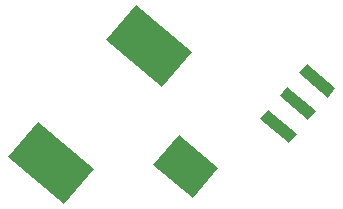
<source format=gbp>
G04 Layer: BottomPasteMaskLayer*
G04 EasyEDA v6.4.7, 2020-12-05T12:44:13--8:00*
G04 005523fa74924ed2a5d768746dba2907,10*
G04 Gerber Generator version 0.2*
G04 Scale: 100 percent, Rotated: No, Reflected: No *
G04 Dimensions in millimeters *
G04 leading zeros omitted , absolute positions ,3 integer and 3 decimal *
%FSLAX33Y33*%
%MOMM*%
G90*
D02*


%LPD*%
G36*
G01X172777Y162894D02*
G01X172121Y162112D01*
G01X174549Y160075D01*
G01X175205Y160856D01*
G01X172777Y162894D01*
G37*
G36*
G01X171144Y160948D02*
G01X170488Y160167D01*
G01X172917Y158129D01*
G01X173572Y158910D01*
G01X171144Y160948D01*
G37*
G36*
G01X169511Y159002D02*
G01X168856Y158221D01*
G01X171284Y156183D01*
G01X171940Y156965D01*
G01X169511Y159002D01*
G37*
G36*
G01X159803Y154381D02*
G01X163173Y151552D01*
G01X165294Y154080D01*
G01X161924Y156909D01*
G01X159803Y154381D01*
G37*
G36*
G01X147500Y155043D02*
G01X152250Y151058D01*
G01X154757Y154046D01*
G01X150007Y158031D01*
G01X147500Y155043D01*
G37*
G36*
G01X155792Y164925D02*
G01X160542Y160940D01*
G01X163049Y163928D01*
G01X158299Y167913D01*
G01X155792Y164925D01*
G37*
M00*
M02*

</source>
